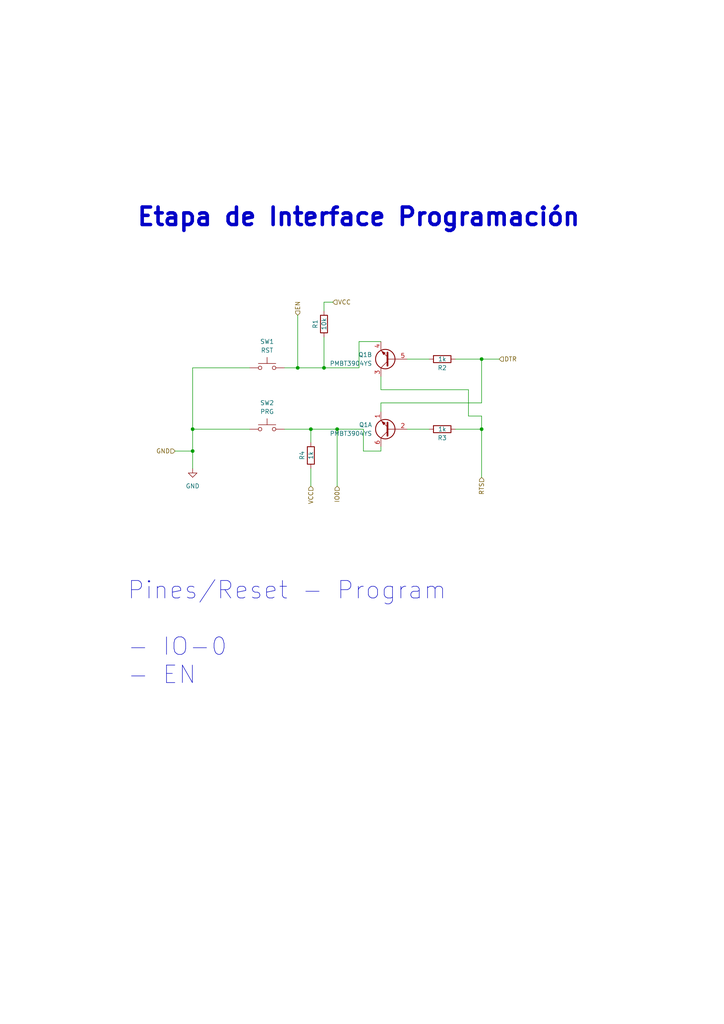
<source format=kicad_sch>
(kicad_sch (version 20221004) (generator eeschema)
  (paper "A4" portrait)
  (title_block (date "2022-10-09") (rev "José Luis Laica") (company "INTEAMBI"))
  (lib_symbols
    (symbol "Device:R" (pin_numbers hide) (pin_names (offset 0))
      (property "Reference" "R" (at 2.032 0 90))
      (property "Value" "R" (at 0 0 90))
      (symbol "R_0_1"
        (rectangle (start -1.016 -2.54) (end 1.016 2.54) (stroke (width 0.254)))
      )
      (symbol "R_1_1"
        (pin passive line (at 0 3.81 270) (length 1.27) (name "~") (number "1"))
        (pin passive line (at 0 -3.81 90) (length 1.27) (name "~") (number "2"))
      )
    )
    (symbol "Switch:SW_Push" (pin_numbers hide) (pin_names (offset 1.016) hide)
      (property "Reference" "SW" (at 1.27 2.54 0))
      (property "Value" "SW_Push" (at 0 -1.524 0))
      (symbol "SW_Push_0_1"
        (circle (center -2.032 0) (radius 0.508))
        (polyline (pts (xy 0 1.27) (xy 0 3.048)))
        (polyline (pts (xy 2.54 1.27) (xy -2.54 1.27)))
        (circle (center 2.032 0) (radius 0.508))
        (pin passive line (at -5.08 0 0) (length 2.54) (name "1") (number "1"))
        (pin passive line (at 5.08 0 180) (length 2.54) (name "2") (number "2"))
      )
    )
    (symbol "Transistor_BJT:PMBT3904YS" (pin_names (offset 0) hide)
      (property "Reference" "Q" (at 5.08 1.27 0))
      (property "Value" "PMBT3904YS" (at 5.08 -1.27 0))
      (symbol "PMBT3904YS_0_1"
        (polyline (pts (xy 0.635 0) (xy -2.54 0)))
        (polyline (pts (xy 0.635 0.635) (xy 2.54 2.54)))
        (polyline (pts (xy 0.635 -0.635) (xy 2.54 -2.54) (xy 2.54 -2.54)))
        (polyline (pts (xy 0.635 1.905) (xy 0.635 -1.905) (xy 0.635 -1.905)) (stroke (width 0.508)))
        (polyline (pts (xy 1.27 -1.778) (xy 1.778 -1.27) (xy 2.286 -2.286) (xy 1.27 -1.778) (xy 1.27 -1.778)) (fill (type outline)))
        (circle (center 1.27 0) (radius 2.8194) (stroke (width 0.254)))
      )
      (symbol "PMBT3904YS_1_1"
        (pin passive line (at 2.54 -5.08 90) (length 2.54) (name "E1") (number "1"))
        (pin input line (at -5.08 0 0) (length 2.54) (name "B1") (number "2"))
        (pin passive line (at 2.54 5.08 270) (length 2.54) (name "C1") (number "6"))
      )
      (symbol "PMBT3904YS_2_1"
        (pin passive line (at 2.54 5.08 270) (length 2.54) (name "C2") (number "3"))
        (pin passive line (at 2.54 -5.08 90) (length 2.54) (name "E2") (number "4"))
        (pin input line (at -5.08 0 0) (length 2.54) (name "B2") (number "5"))
      )
    )
    (symbol "power:GND" (power) (pin_names (offset 0))
      (property "Value" "GND" (at 0 -3.81 0))
      (symbol "GND_0_1"
        (polyline (pts (xy 0 0) (xy 0 -1.27) (xy 1.27 -1.27) (xy 0 -2.54) (xy -1.27 -1.27) (xy 0 -1.27)))
      )
      (symbol "GND_1_1"
        (pin power_in line (at 0 0 270) (length 0) hide (name "GND") (number "1"))
      )
    )
  )
  (junction (at 90.17 124.46))
  (junction (at 139.7 124.46))
  (junction (at 139.7 104.14))
  (junction (at 93.98 106.68))
  (junction (at 55.88 124.46))
  (junction (at 55.88 130.81))
  (junction (at 97.79 124.46))
  (junction (at 86.36 106.68))
  (wire (pts (xy 105.41 124.46) (xy 97.79 124.46)))
  (wire (pts (xy 135.89 120.65) (xy 139.7 120.65)))
  (wire (pts (xy 90.17 124.46) (xy 90.17 128.27)))
  (wire (pts (xy 82.55 124.46) (xy 90.17 124.46)))
  (wire (pts (xy 50.8 130.81) (xy 55.88 130.81)))
  (wire (pts (xy 90.17 135.89) (xy 90.17 140.97)))
  (wire (pts (xy 93.98 97.79) (xy 93.98 106.68)))
  (wire (pts (xy 118.11 104.14) (xy 124.46 104.14)))
  (wire (pts (xy 139.7 124.46) (xy 139.7 138.43)))
  (wire (pts (xy 139.7 104.14) (xy 144.78 104.14)))
  (wire (pts (xy 139.7 104.14) (xy 139.7 116.84)))
  (wire (pts (xy 93.98 106.68) (xy 86.36 106.68)))
  (wire (pts (xy 55.88 130.81) (xy 55.88 135.89)))
  (wire (pts (xy 110.49 130.81) (xy 105.41 130.81)))
  (wire (pts (xy 110.49 113.03) (xy 135.89 113.03)))
  (wire (pts (xy 55.88 124.46) (xy 55.88 130.81)))
  (wire (pts (xy 55.88 124.46) (xy 72.39 124.46)))
  (wire (pts (xy 86.36 91.44) (xy 86.36 106.68)))
  (wire (pts (xy 118.11 124.46) (xy 124.46 124.46)))
  (wire (pts (xy 55.88 106.68) (xy 55.88 124.46)))
  (wire (pts (xy 104.14 99.06) (xy 104.14 106.68)))
  (wire (pts (xy 110.49 130.81) (xy 110.49 129.54)))
  (wire (pts (xy 110.49 116.84) (xy 139.7 116.84)))
  (wire (pts (xy 55.88 106.68) (xy 72.39 106.68)))
  (wire (pts (xy 97.79 140.97) (xy 97.79 124.46)))
  (wire (pts (xy 135.89 113.03) (xy 135.89 120.65)))
  (wire (pts (xy 132.08 104.14) (xy 139.7 104.14)))
  (wire (pts (xy 139.7 120.65) (xy 139.7 124.46)))
  (wire (pts (xy 104.14 106.68) (xy 93.98 106.68)))
  (wire (pts (xy 132.08 124.46) (xy 139.7 124.46)))
  (wire (pts (xy 110.49 119.38) (xy 110.49 116.84)))
  (wire (pts (xy 93.98 87.63) (xy 93.98 90.17)))
  (wire (pts (xy 110.49 109.22) (xy 110.49 113.03)))
  (wire (pts (xy 97.79 124.46) (xy 90.17 124.46)))
  (wire (pts (xy 110.49 99.06) (xy 104.14 99.06)))
  (wire (pts (xy 86.36 106.68) (xy 82.55 106.68)))
  (wire (pts (xy 96.52 87.63) (xy 93.98 87.63)))
  (wire (pts (xy 105.41 130.81) (xy 105.41 124.46)))
  (text "Pines/Reset - Program\n\n- IO-0\n- EN\n\n" (at 36.83 207.01 0) (effects (font (size 5.08 5.08)) (justify left bottom)))
  (text "Etapa de Interface Programación\n" (at 39.37 66.04 0) (effects (font (size 5.08 5.08) (thickness 1.016) bold) (justify left bottom)))
  (hierarchical_label "GND" (shape input) (at 50.8 130.81 180))
  (hierarchical_label "VCC" (shape input) (at 96.52 87.63 0))
  (hierarchical_label "IO0" (shape input) (at 97.79 140.97 270))
  (hierarchical_label "DTR" (shape input) (at 144.78 104.14 0))
  (hierarchical_label "RTS" (shape input) (at 139.7 138.43 270))
  (hierarchical_label "VCC" (shape input) (at 90.17 140.97 270))
  (hierarchical_label "EN" (shape input) (at 86.36 91.44 90))
  (symbol (lib_id "Switch:SW_Push") (at 77.47 106.68 0) (unit 1)
    (property "Reference" "SW1" (at 77.47 99.06 0))
    (property "Value" "RST" (at 77.47 101.6 0))
    (property "Footprint" "Button_Switch_SMD:SW_SPST_CK_RS282G05A3" (effects hide))
  )
  (symbol (lib_id "Switch:SW_Push") (at 77.47 124.46 0) (unit 1)
    (property "Reference" "SW2" (at 77.47 116.84 0))
    (property "Value" "PRG" (at 77.47 119.38 0))
    (property "Footprint" "Button_Switch_SMD:SW_SPST_CK_RS282G05A3" (effects hide))
  )
  (symbol (lib_id "Device:R") (at 93.98 93.98 180) (unit 1)
    (property "Reference" "R1" (at 91.44 93.98 90))
    (property "Value" "10k" (at 93.98 93.98 90))
    (property "Footprint" "Resistor_SMD:R_0603_1608Metric" (effects hide))
  )
  (symbol (lib_id "Transistor_BJT:PMBT3904YS") (at 113.03 124.46 180) (unit 1)
    (property "Reference" "Q1" (at 107.95 123.1899 0) (effects (justify left)))
    (property "Value" "PMBT3904YS" (at 107.95 125.7299 0) (effects (justify left)))
    (property "Footprint" "Package_TO_SOT_SMD:SOT-363_SC-70-6" (effects hide))
    (property "Datasheet" "https://assets.nexperia.com/documents/data-sheet/PMBT3904YS.pdf" (effects hide))
  )
  (symbol (lib_id "Device:R") (at 128.27 104.14 270) (unit 1)
    (property "Reference" "R2" (at 128.27 106.68 90))
    (property "Value" "1k" (at 128.27 104.14 90))
    (property "Footprint" "Resistor_SMD:R_0603_1608Metric_Pad0.98x0.95mm_HandSolder" (effects hide))
  )
  (symbol (lib_id "Transistor_BJT:PMBT3904YS") (at 113.03 104.14 180) (unit 2)
    (property "Reference" "Q1" (at 107.95 102.8699 0) (effects (justify left)))
    (property "Value" "PMBT3904YS" (at 107.95 105.4099 0) (effects (justify left)))
    (property "Footprint" "Package_TO_SOT_SMD:SOT-363_SC-70-6" (effects hide))
    (property "Datasheet" "https://assets.nexperia.com/documents/data-sheet/PMBT3904YS.pdf" (effects hide))
  )
  (symbol (lib_id "power:GND") (at 55.88 135.89 0) (unit 1)
    (property "Reference" "#PWR03" (effects hide))
    (property "Value" "GND" (at 55.88 140.97 0))
  )
  (symbol (lib_id "Device:R") (at 128.27 124.46 270) (unit 1)
    (property "Reference" "R3" (at 128.27 127 90))
    (property "Value" "1k" (at 128.27 124.46 90))
    (property "Footprint" "Resistor_SMD:R_0603_1608Metric" (effects hide))
  )
  (symbol (lib_id "Device:R") (at 90.17 132.08 180) (unit 1)
    (property "Reference" "R4" (at 87.63 132.08 90))
    (property "Value" "1k" (at 90.17 132.08 90))
    (property "Footprint" "Resistor_SMD:R_0603_1608Metric" (effects hide))
  )
)
</source>
